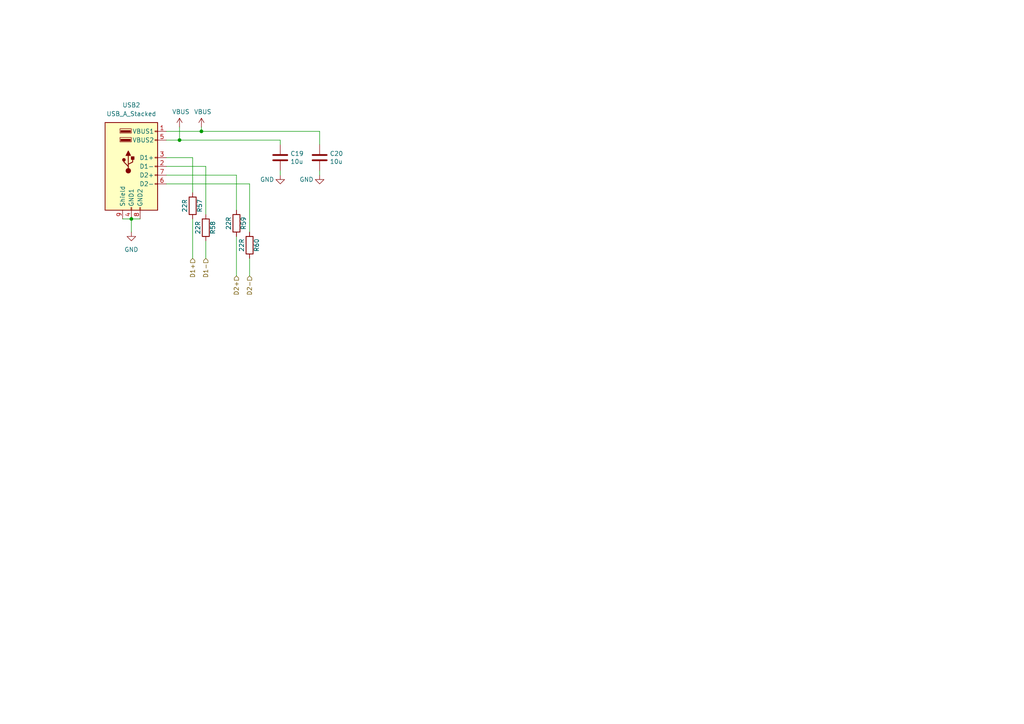
<source format=kicad_sch>
(kicad_sch (version 20231120) (generator "eeschema") (generator_version "8.0")
  (paper "A4")
  (title_block (title "FRANK") (date "2024-12-15") (rev "2.0") (company "Mikhail Matveev") (comment 1 "https://github.com/xtremespb/frank2"))
  (lib_symbols
    (symbol "Connector:USB_A_Stacked" (pin_names (offset 1.016))
      (property "Reference" "J" (at 0 15.875 0))
      (property "Value" "USB_A_Stacked" (at 0 13.97 0))
      (symbol "USB_A_Stacked_0_1"
        (rectangle (start -7.62 12.7) (end 7.62 -12.7) (stroke (width 0.254)) (fill (type background)))
        (circle (center -2.159 1.905) (radius 0.381) (stroke (width 0.254)) (fill (type outline)))
        (circle (center -0.889 -1.27) (radius 0.635) (stroke (width 0.254)) (fill (type outline)))
        (rectangle (start -0.254 7.366) (end -3.048 7.874) (fill (type outline)))
        (rectangle (start -0.254 9.906) (end -3.048 10.414) (fill (type outline)))
        (rectangle (start -0.127 -12.7) (end 0.127 -11.938))
        (polyline (pts (xy -1.524 3.175) (xy -0.254 3.175) (xy -0.889 4.445) (xy -1.524 3.175)) (stroke (width 0.254)) (fill (type outline)))
        (polyline (pts (xy -0.889 -0.635) (xy -0.889 0) (xy -2.159 1.27) (xy -2.159 1.905)) (stroke (width 0.254)))
        (polyline (pts (xy -0.889 0) (xy -0.889 0.635) (xy 0.381 1.27) (xy 0.381 2.54)) (stroke (width 0.254)))
        (rectangle (start 0 2.794) (end 0.762 2.032) (stroke (width 0.254)) (fill (type outline)))
        (rectangle (start 0 7.112) (end -3.302 8.382))
        (rectangle (start 0 9.652) (end -3.302 10.922))
        (rectangle (start 2.413 -12.7) (end 2.667 -11.938))
        (rectangle (start 7.62 -5.207) (end 6.858 -4.953))
        (rectangle (start 7.62 -2.667) (end 6.858 -2.413))
        (rectangle (start 7.62 -0.127) (end 6.858 0.127))
        (rectangle (start 7.62 2.413) (end 6.858 2.667))
        (rectangle (start 7.62 7.493) (end 6.858 7.747))
        (rectangle (start 7.62 10.033) (end 6.858 10.287))
      )
      (symbol "USB_A_Stacked_1_1"
        (polyline (pts (xy -0.889 0.635) (xy -0.889 3.175)) (stroke (width 0.254)))
        (pin power_in line (at 10.16 10.16 180) (length 2.54) (name "VBUS1") (number "1"))
        (pin bidirectional line (at 10.16 0 180) (length 2.54) (name "D1-") (number "2"))
        (pin bidirectional line (at 10.16 2.54 180) (length 2.54) (name "D1+") (number "3"))
        (pin power_in line (at 0 -15.24 90) (length 2.54) (name "GND1") (number "4"))
        (pin power_in line (at 10.16 7.62 180) (length 2.54) (name "VBUS2") (number "5"))
        (pin bidirectional line (at 10.16 -5.08 180) (length 2.54) (name "D2-") (number "6"))
        (pin bidirectional line (at 10.16 -2.54 180) (length 2.54) (name "D2+") (number "7"))
        (pin power_in line (at 2.54 -15.24 90) (length 2.54) (name "GND2") (number "8"))
        (pin passive line (at -2.54 -15.24 90) (length 2.54) (name "Shield") (number "9"))
      )
    )
    (symbol "Device:C" (pin_numbers hide) (pin_names (offset 0.254))
      (property "Reference" "C" (at 0.635 2.54 0))
      (property "Value" "C" (at 0.635 -2.54 0))
      (symbol "C_0_1"
        (polyline (pts (xy -2.032 -0.762) (xy 2.032 -0.762)) (stroke (width 0.508)))
        (polyline (pts (xy -2.032 0.762) (xy 2.032 0.762)) (stroke (width 0.508)))
      )
      (symbol "C_1_1"
        (pin passive line (at 0 3.81 270) (length 2.794) (name "~") (number "1"))
        (pin passive line (at 0 -3.81 90) (length 2.794) (name "~") (number "2"))
      )
    )
    (symbol "Device:R" (pin_numbers hide) (pin_names (offset 0))
      (property "Reference" "R" (at 2.032 0 90))
      (property "Value" "R" (at 0 0 90))
      (symbol "R_0_1"
        (rectangle (start -1.016 -2.54) (end 1.016 2.54) (stroke (width 0.254)))
      )
      (symbol "R_1_1"
        (pin passive line (at 0 3.81 270) (length 1.27) (name "~") (number "1"))
        (pin passive line (at 0 -3.81 90) (length 1.27) (name "~") (number "2"))
      )
    )
    (symbol "GND_1" (power) (pin_numbers hide) (pin_names (offset 0) hide)
      (property "Value" "GND" (at 0 -3.81 0))
      (symbol "GND_1_0_1"
        (polyline (pts (xy 0 0) (xy 0 -1.27) (xy 1.27 -1.27) (xy 0 -2.54) (xy -1.27 -1.27) (xy 0 -1.27)))
      )
      (symbol "GND_1_1_1"
        (pin power_in line (at 0 0 270) (length 0) (name "~") (number "1"))
      )
    )
    (symbol "power:GND" (power) (pin_names (offset 0))
      (property "Value" "GND" (at 0 -3.81 0))
      (symbol "GND_0_1"
        (polyline (pts (xy 0 0) (xy 0 -1.27) (xy 1.27 -1.27) (xy 0 -2.54) (xy -1.27 -1.27) (xy 0 -1.27)))
      )
      (symbol "GND_1_1"
        (pin power_in line (at 0 0 270) (length 0) hide (name "GND") (number "1"))
      )
    )
    (symbol "power:VBUS" (power) (pin_names (offset 0))
      (property "Value" "VBUS" (at 0 3.81 0))
      (symbol "VBUS_0_1"
        (polyline (pts (xy -0.762 1.27) (xy 0 2.54)))
        (polyline (pts (xy 0 0) (xy 0 2.54)))
        (polyline (pts (xy 0 2.54) (xy 0.762 1.27)))
      )
      (symbol "VBUS_1_1"
        (pin power_in line (at 0 0 90) (length 0) hide (name "VBUS") (number "1"))
      )
    )
  )
  (junction (at 58.42 38.1))
  (junction (at 52.07 40.64))
  (junction (at 38.1 63.5))
  (wire (pts (xy 58.42 36.83) (xy 58.42 38.1)))
  (wire (pts (xy 55.88 45.72) (xy 55.88 55.88)))
  (wire (pts (xy 48.26 53.34) (xy 72.39 53.34)))
  (wire (pts (xy 48.26 50.8) (xy 68.58 50.8)))
  (wire (pts (xy 52.07 40.64) (xy 81.28 40.64)))
  (wire (pts (xy 55.88 63.5) (xy 55.88 74.93)))
  (wire (pts (xy 81.28 49.53) (xy 81.28 50.8)))
  (wire (pts (xy 72.39 53.34) (xy 72.39 67.31)))
  (wire (pts (xy 92.71 49.53) (xy 92.71 50.8)))
  (wire (pts (xy 35.56 63.5) (xy 38.1 63.5)))
  (wire (pts (xy 59.69 48.26) (xy 59.69 62.23)))
  (wire (pts (xy 68.58 68.58) (xy 68.58 80.01)))
  (wire (pts (xy 81.28 40.64) (xy 81.28 41.91)))
  (wire (pts (xy 38.1 63.5) (xy 38.1 67.31)))
  (wire (pts (xy 48.26 48.26) (xy 59.69 48.26)))
  (wire (pts (xy 92.71 41.91) (xy 92.71 38.1)))
  (wire (pts (xy 72.39 74.93) (xy 72.39 80.01)))
  (wire (pts (xy 38.1 63.5) (xy 40.64 63.5)))
  (wire (pts (xy 52.07 36.83) (xy 52.07 40.64)))
  (wire (pts (xy 58.42 38.1) (xy 92.71 38.1)))
  (wire (pts (xy 48.26 40.64) (xy 52.07 40.64)))
  (wire (pts (xy 59.69 69.85) (xy 59.69 74.93)))
  (wire (pts (xy 48.26 38.1) (xy 58.42 38.1)))
  (wire (pts (xy 48.26 45.72) (xy 55.88 45.72)))
  (wire (pts (xy 68.58 50.8) (xy 68.58 60.96)))
  (hierarchical_label "D2+" (shape input) (at 68.58 80.01 270))
  (hierarchical_label "D1-" (shape input) (at 59.69 74.93 270))
  (hierarchical_label "D1+" (shape input) (at 55.88 74.93 270))
  (hierarchical_label "D2-" (shape input) (at 72.39 80.01 270))
  (symbol (lib_id "Connector:USB_A_Stacked") (at 38.1 48.26 0) (unit 1)
    (property "Reference" "USB2" (at 38.1 30.48 0))
    (property "Value" "USB_A_Stacked" (at 38.1 33.02 0))
    (property "Footprint" "LIBS:Medved_USB_A_CUI_UJ2-ADH-TH_Horizontal_Stacked" (effects (hide yes)))
    (property "Description" "USB Type A connector, stacked" (effects (hide yes)))
  )
  (symbol (lib_id "Device:C") (at 81.28 45.72 0) (unit 1)
    (property "Reference" "C19" (at 84.201 44.5516 0) (effects (justify left)))
    (property "Value" "10u" (at 84.201 46.863 0) (effects (justify left)))
    (property "Footprint" "LIBS:Medved_R_0805" (effects (hide yes)))
  )
  (symbol (lib_id "Device:R") (at 59.69 66.04 0) (mirror x) (unit 1)
    (property "Reference" "R58" (at 61.722 66.04 90))
    (property "Value" "22R" (at 57.404 66.04 90))
    (property "Footprint" "LIBS:Medved_R_0805" (effects (hide yes)))
  )
  (symbol (lib_id "Device:C") (at 92.71 45.72 0) (unit 1)
    (property "Reference" "C20" (at 95.631 44.5516 0) (effects (justify left)))
    (property "Value" "10u" (at 95.631 46.863 0) (effects (justify left)))
    (property "Footprint" "LIBS:Medved_R_0805" (effects (hide yes)))
  )
  (symbol (lib_id "power:VBUS") (at 52.07 36.83 0) (unit 1)
    (property "Reference" "#PWR057" (effects (hide yes)))
    (property "Value" "VBUS" (at 52.451 32.4358 0))
  )
  (symbol (lib_id "power:GND") (at 81.28 50.8 0) (unit 1)
    (property "Reference" "#PWR059" (effects (hide yes)))
    (property "Value" "GND" (at 77.47 52.07 0))
  )
  (symbol (lib_id "Device:R") (at 68.58 64.77 0) (mirror x) (unit 1)
    (property "Reference" "R59" (at 70.612 64.77 90))
    (property "Value" "22R" (at 66.294 64.77 90))
    (property "Footprint" "LIBS:Medved_R_0805" (effects (hide yes)))
  )
  (symbol (lib_id "power:GND") (at 92.71 50.8 0) (unit 1)
    (property "Reference" "#PWR060" (effects (hide yes)))
    (property "Value" "GND" (at 88.9 52.07 0))
  )
  (symbol (lib_id "Device:R") (at 55.88 59.69 0) (mirror x) (unit 1)
    (property "Reference" "R57" (at 57.912 59.69 90))
    (property "Value" "22R" (at 53.594 59.69 90))
    (property "Footprint" "LIBS:Medved_R_0805" (effects (hide yes)))
  )
  (symbol (lib_id "power:VBUS") (at 58.42 36.83 0) (unit 1)
    (property "Reference" "#PWR058" (effects (hide yes)))
    (property "Value" "VBUS" (at 58.801 32.4358 0))
  )
  (symbol (lib_name "GND_1") (lib_id "power:GND") (at 38.1 67.31 0) (unit 1)
    (property "Reference" "#PWR056" (effects (hide yes)))
    (property "Value" "GND" (at 38.1 72.39 0))
    (property "Description" "Power symbol creates a global label with name \"GND\" , ground" (effects (hide yes)))
  )
  (symbol (lib_id "Device:R") (at 72.39 71.12 0) (mirror x) (unit 1)
    (property "Reference" "R60" (at 74.422 71.12 90))
    (property "Value" "22R" (at 70.104 71.12 90))
    (property "Footprint" "LIBS:Medved_R_0805" (effects (hide yes)))
  )
)
</source>
